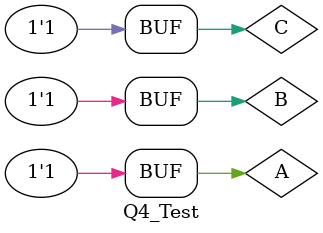
<source format=v>
`timescale 1ns / 1ps


module Q4_Test;

	// Inputs
	reg A;
	reg B;
	reg C;

	// Outputs
	wire Q;

	// Instantiate the Unit Under Test (UUT)
	truth_table uut (
		.A(A), 
		.B(B), 
		.C(C), 
		.Q(Q)
	);

	initial begin
		{A,B,C} = 3'b000;
		#2
		{A,B,C} = 3'b001;
		#2
		{A,B,C} = 3'b010;
		#2
		{A,B,C} = 3'b011;
		#2
		{A,B,C} = 3'b100;
		#2
		{A,B,C} = 3'b101;
		#2
		{A,B,C} = 3'b110;
		#2
		{A,B,C} = 3'b111;
	end
      
endmodule


</source>
